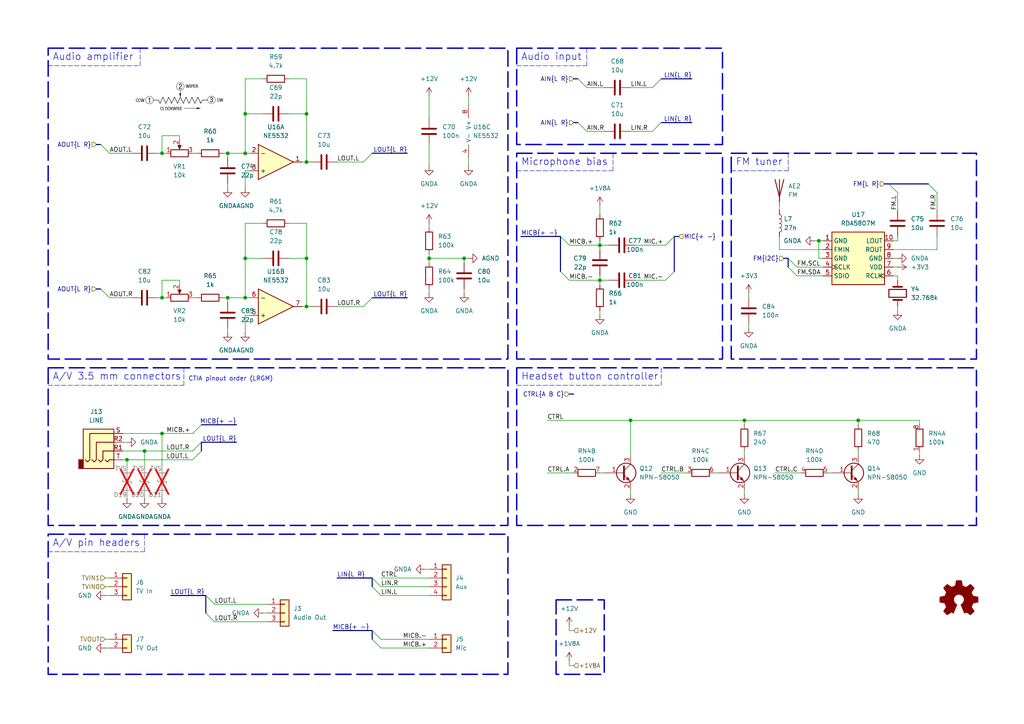
<source format=kicad_sch>
(kicad_sch (version 20231120) (generator "eeschema") (generator_version "8.0")
  (paper "A4")
  (title_block (title "PiVI"))
  (junction (at 124.46 74.93))
  (junction (at 66.04 86.36))
  (junction (at 173.99 81.28))
  (junction (at 88.9 74.93))
  (junction (at 46.99 44.45))
  (junction (at 182.88 121.92))
  (junction (at 71.12 74.93))
  (junction (at 46.99 86.36))
  (junction (at 71.12 44.45))
  (junction (at 134.62 74.93))
  (junction (at 66.04 44.45))
  (junction (at 237.49 69.85))
  (junction (at 88.9 33.02))
  (junction (at 36.83 133.35))
  (junction (at 215.9 121.92))
  (junction (at 41.91 130.81))
  (junction (at 71.12 86.36))
  (junction (at 248.92 121.92))
  (junction (at 71.12 33.02))
  (junction (at 173.99 71.12))
  (junction (at 88.9 46.99))
  (junction (at 46.99 125.73))
  (junction (at 88.9 88.9))
  (bus_entry (at 167.64 22.86) (size 2.54 2.54))
  (bus_entry (at 58.42 128.27) (size -2.54 2.54))
  (bus_entry (at 269.24 53.34) (size 2.54 2.54))
  (bus_entry (at 228.6 77.47) (size 2.54 2.54))
  (bus_entry (at 107.95 182.88) (size 2.54 2.54))
  (bus_entry (at 29.21 41.91) (size 2.54 2.54))
  (bus_entry (at 59.69 177.8) (size 2.54 2.54))
  (bus_entry (at 29.21 83.82) (size 2.54 2.54))
  (bus_entry (at 107.95 167.64) (size 2.54 2.54))
  (bus_entry (at 58.42 123.19) (size -2.54 2.54))
  (bus_entry (at 162.56 68.58) (size 2.54 2.54))
  (bus_entry (at 191.77 35.56) (size -2.54 2.54))
  (bus_entry (at 107.95 86.36) (size -2.54 2.54))
  (bus_entry (at 167.64 35.56) (size 2.54 2.54))
  (bus_entry (at 195.58 68.58) (size -2.54 2.54))
  (bus_entry (at 58.42 130.81) (size -2.54 2.54))
  (bus_entry (at 228.6 74.93) (size 2.54 2.54))
  (bus_entry (at 195.58 78.74) (size -2.54 2.54))
  (bus_entry (at 162.56 78.74) (size 2.54 2.54))
  (bus_entry (at 107.95 185.42) (size 2.54 2.54))
  (bus_entry (at 191.77 22.86) (size -2.54 2.54))
  (bus_entry (at 59.69 172.72) (size 2.54 2.54))
  (bus_entry (at 257.81 53.34) (size 2.54 2.54))
  (bus_entry (at 107.95 170.18) (size 2.54 2.54))
  (bus_entry (at 107.95 44.45) (size -2.54 2.54))
  (wire (pts (xy 173.99 71.12) (xy 176.53 71.12)))
  (wire (pts (xy 170.18 25.4) (xy 175.26 25.4)))
  (wire (pts (xy 259.08 80.01) (xy 260.35 80.01)))
  (wire (pts (xy 36.83 133.35) (xy 55.88 133.35)))
  (wire (pts (xy 30.48 187.96) (xy 31.75 187.96)))
  (polyline (pts (xy 149.86 111.76) (xy 191.77 111.76)) (stroke (width 0.127) (type dash)))
  (bus (pts (xy 228.6 74.93) (xy 228.6 77.47)))
  (wire (pts (xy 259.08 77.47) (xy 260.35 77.47)))
  (wire (pts (xy 237.49 69.85) (xy 237.49 74.93)))
  (wire (pts (xy 46.99 125.73) (xy 55.88 125.73)))
  (wire (pts (xy 71.12 49.53) (xy 72.39 49.53)))
  (bus (pts (xy 68.58 128.27) (xy 58.42 128.27)))
  (wire (pts (xy 231.14 80.01) (xy 238.76 80.01)))
  (polyline (pts (xy 212.09 49.53) (xy 228.6 49.53)) (stroke (width 0.127) (type dash)))
  (wire (pts (xy 124.46 74.93) (xy 124.46 76.2)))
  (wire (pts (xy 158.75 137.16) (xy 166.37 137.16)))
  (wire (pts (xy 226.06 59.69) (xy 226.06 60.96)))
  (wire (pts (xy 165.1 71.12) (xy 173.99 71.12)))
  (wire (pts (xy 240.03 137.16) (xy 241.3 137.16)))
  (wire (pts (xy 46.99 44.45) (xy 46.99 39.37)))
  (bus (pts (xy 107.95 86.36) (xy 118.11 86.36)))
  (wire (pts (xy 165.1 81.28) (xy 173.99 81.28)))
  (wire (pts (xy 71.12 86.36) (xy 72.39 86.36)))
  (wire (pts (xy 52.07 39.37) (xy 52.07 40.64)))
  (wire (pts (xy 66.04 86.36) (xy 66.04 87.63)))
  (wire (pts (xy 71.12 64.77) (xy 76.2 64.77)))
  (bus (pts (xy 195.58 68.58) (xy 195.58 78.74)))
  (polyline (pts (xy 41.91 154.94) (xy 41.91 160.02)) (stroke (width 0.127) (type dash)))
  (wire (pts (xy 71.12 91.44) (xy 71.12 96.52)))
  (bus (pts (xy 165.1 114.3) (xy 166.37 114.3)))
  (wire (pts (xy 46.99 39.37) (xy 52.07 39.37)))
  (wire (pts (xy 215.9 130.81) (xy 215.9 132.08)))
  (bus (pts (xy 227.33 74.93) (xy 228.6 74.93)))
  (wire (pts (xy 173.99 81.28) (xy 176.53 81.28)))
  (wire (pts (xy 41.91 130.81) (xy 55.88 130.81)))
  (wire (pts (xy 35.56 128.27) (xy 36.83 128.27)))
  (wire (pts (xy 124.46 83.82) (xy 124.46 85.09)))
  (wire (pts (xy 165.1 193.04) (xy 165.1 191.77)))
  (wire (pts (xy 35.56 130.81) (xy 41.91 130.81)))
  (wire (pts (xy 64.77 86.36) (xy 66.04 86.36)))
  (wire (pts (xy 83.82 22.86) (xy 88.9 22.86)))
  (wire (pts (xy 71.12 33.02) (xy 71.12 22.86)))
  (wire (pts (xy 124.46 27.94) (xy 124.46 34.29)))
  (bus (pts (xy 166.37 22.86) (xy 167.64 22.86)))
  (wire (pts (xy 207.01 137.16) (xy 208.28 137.16)))
  (wire (pts (xy 71.12 74.93) (xy 76.2 74.93)))
  (wire (pts (xy 182.88 25.4) (xy 189.23 25.4)))
  (bus (pts (xy 191.77 22.86) (xy 200.66 22.86)))
  (wire (pts (xy 110.49 187.96) (xy 124.46 187.96)))
  (wire (pts (xy 124.46 41.91) (xy 124.46 48.26)))
  (polyline (pts (xy 40.64 13.97) (xy 40.64 19.05)) (stroke (width 0.127) (type dash)))
  (wire (pts (xy 166.37 193.04) (xy 165.1 193.04)))
  (wire (pts (xy 134.62 74.93) (xy 135.89 74.93)))
  (wire (pts (xy 248.92 121.92) (xy 248.92 123.19)))
  (polyline (pts (xy 228.6 44.45) (xy 228.6 49.53)) (stroke (width 0.127) (type dash)))
  (wire (pts (xy 88.9 64.77) (xy 88.9 74.93)))
  (polyline (pts (xy 191.77 106.68) (xy 191.77 111.76)) (stroke (width 0.127) (type dash)))
  (wire (pts (xy 46.99 86.36) (xy 48.26 86.36)))
  (wire (pts (xy 88.9 46.99) (xy 90.17 46.99)))
  (wire (pts (xy 182.88 132.08) (xy 182.88 121.92)))
  (polyline (pts (xy 13.97 160.02) (xy 41.91 160.02)) (stroke (width 0.127) (type dash)))
  (wire (pts (xy 71.12 44.45) (xy 72.39 44.45)))
  (wire (pts (xy 31.75 44.45) (xy 38.1 44.45)))
  (wire (pts (xy 62.23 180.34) (xy 77.47 180.34)))
  (wire (pts (xy 271.78 55.88) (xy 271.78 60.96)))
  (wire (pts (xy 46.99 86.36) (xy 46.99 81.28)))
  (wire (pts (xy 124.46 73.66) (xy 124.46 74.93)))
  (bus (pts (xy 58.42 128.27) (xy 58.42 130.81)))
  (polyline (pts (xy 53.34 106.68) (xy 53.34 111.76)) (stroke (width 0.127) (type dash)))
  (wire (pts (xy 237.49 69.85) (xy 238.76 69.85)))
  (wire (pts (xy 71.12 74.93) (xy 71.12 64.77)))
  (bus (pts (xy 96.52 182.88) (xy 107.95 182.88)))
  (polyline (pts (xy 149.86 19.05) (xy 170.18 19.05)) (stroke (width 0.127) (type dash)))
  (wire (pts (xy 71.12 33.02) (xy 76.2 33.02)))
  (bus (pts (xy 27.94 83.82) (xy 29.21 83.82)))
  (wire (pts (xy 173.99 90.17) (xy 173.99 91.44)))
  (wire (pts (xy 173.99 71.12) (xy 173.99 72.39)))
  (bus (pts (xy 59.69 172.72) (xy 59.69 177.8)))
  (wire (pts (xy 71.12 86.36) (xy 71.12 74.93)))
  (wire (pts (xy 182.88 38.1) (xy 189.23 38.1)))
  (wire (pts (xy 191.77 137.16) (xy 199.39 137.16)))
  (wire (pts (xy 71.12 44.45) (xy 71.12 33.02)))
  (bus (pts (xy 166.37 35.56) (xy 167.64 35.56)))
  (wire (pts (xy 124.46 64.77) (xy 124.46 66.04)))
  (polyline (pts (xy 149.86 49.53) (xy 177.8 49.53)) (stroke (width 0.127) (type dash)))
  (wire (pts (xy 259.08 69.85) (xy 260.35 69.85)))
  (wire (pts (xy 224.79 137.16) (xy 232.41 137.16)))
  (wire (pts (xy 266.7 130.81) (xy 266.7 132.08)))
  (wire (pts (xy 123.19 165.1) (xy 124.46 165.1)))
  (wire (pts (xy 110.49 170.18) (xy 124.46 170.18)))
  (wire (pts (xy 135.89 27.94) (xy 135.89 30.48)))
  (wire (pts (xy 173.99 59.69) (xy 173.99 62.23)))
  (wire (pts (xy 30.48 167.64) (xy 31.75 167.64)))
  (wire (pts (xy 217.17 93.98) (xy 217.17 95.25)))
  (wire (pts (xy 124.46 74.93) (xy 134.62 74.93)))
  (wire (pts (xy 87.63 46.99) (xy 88.9 46.99)))
  (bus (pts (xy 196.85 68.58) (xy 195.58 68.58)))
  (wire (pts (xy 71.12 49.53) (xy 71.12 54.61)))
  (wire (pts (xy 184.15 81.28) (xy 193.04 81.28)))
  (wire (pts (xy 226.06 72.39) (xy 238.76 72.39)))
  (wire (pts (xy 134.62 83.82) (xy 134.62 85.09)))
  (wire (pts (xy 158.75 121.92) (xy 182.88 121.92)))
  (wire (pts (xy 76.2 177.8) (xy 77.47 177.8)))
  (wire (pts (xy 66.04 95.25) (xy 66.04 96.52)))
  (wire (pts (xy 41.91 130.81) (xy 41.91 135.89)))
  (bus (pts (xy 107.95 167.64) (xy 107.95 170.18)))
  (wire (pts (xy 64.77 44.45) (xy 66.04 44.45)))
  (wire (pts (xy 55.88 44.45) (xy 57.15 44.45)))
  (wire (pts (xy 134.62 74.93) (xy 134.62 76.2)))
  (wire (pts (xy 226.06 72.39) (xy 226.06 68.58)))
  (wire (pts (xy 260.35 80.01) (xy 260.35 81.28)))
  (wire (pts (xy 36.83 143.51) (xy 36.83 144.78)))
  (bus (pts (xy 151.13 68.58) (xy 162.56 68.58)))
  (polyline (pts (xy 13.97 19.05) (xy 40.64 19.05)) (stroke (width 0.127) (type dash)))
  (wire (pts (xy 110.49 172.72) (xy 124.46 172.72)))
  (wire (pts (xy 97.79 88.9) (xy 105.41 88.9)))
  (wire (pts (xy 110.49 185.42) (xy 124.46 185.42)))
  (wire (pts (xy 184.15 71.12) (xy 193.04 71.12)))
  (wire (pts (xy 266.7 121.92) (xy 266.7 123.19)))
  (wire (pts (xy 46.99 135.89) (xy 46.99 125.73)))
  (wire (pts (xy 173.99 81.28) (xy 173.99 82.55)))
  (bus (pts (xy 97.79 167.64) (xy 107.95 167.64)))
  (wire (pts (xy 182.88 142.24) (xy 182.88 143.51)))
  (wire (pts (xy 30.48 172.72) (xy 31.75 172.72)))
  (wire (pts (xy 36.83 133.35) (xy 36.83 135.89)))
  (wire (pts (xy 83.82 64.77) (xy 88.9 64.77)))
  (wire (pts (xy 231.14 77.47) (xy 238.76 77.47)))
  (wire (pts (xy 41.91 143.51) (xy 41.91 144.78)))
  (wire (pts (xy 260.35 55.88) (xy 260.35 60.96)))
  (wire (pts (xy 88.9 22.86) (xy 88.9 33.02)))
  (wire (pts (xy 31.75 86.36) (xy 38.1 86.36)))
  (wire (pts (xy 46.99 44.45) (xy 48.26 44.45)))
  (wire (pts (xy 46.99 81.28) (xy 52.07 81.28)))
  (wire (pts (xy 182.88 121.92) (xy 215.9 121.92)))
  (wire (pts (xy 173.99 80.01) (xy 173.99 81.28)))
  (wire (pts (xy 97.79 46.99) (xy 105.41 46.99)))
  (wire (pts (xy 30.48 170.18) (xy 31.75 170.18)))
  (bus (pts (xy 162.56 68.58) (xy 162.56 78.74)))
  (bus (pts (xy 191.77 35.56) (xy 200.66 35.56)))
  (wire (pts (xy 66.04 86.36) (xy 71.12 86.36)))
  (wire (pts (xy 135.89 45.72) (xy 135.89 48.26)))
  (wire (pts (xy 35.56 133.35) (xy 36.83 133.35)))
  (wire (pts (xy 62.23 175.26) (xy 77.47 175.26)))
  (polyline (pts (xy 13.97 111.76) (xy 53.34 111.76)) (stroke (width 0.127) (type dash)))
  (wire (pts (xy 260.35 69.85) (xy 260.35 68.58)))
  (wire (pts (xy 248.92 121.92) (xy 266.7 121.92)))
  (bus (pts (xy 49.53 172.72) (xy 59.69 172.72)))
  (wire (pts (xy 173.99 137.16) (xy 175.26 137.16)))
  (wire (pts (xy 30.48 185.42) (xy 31.75 185.42)))
  (wire (pts (xy 236.22 69.85) (xy 237.49 69.85)))
  (bus (pts (xy 256.54 53.34) (xy 257.81 53.34)))
  (polyline (pts (xy 170.18 13.97) (xy 170.18 19.05)) (stroke (width 0.127) (type dash)))
  (wire (pts (xy 66.04 44.45) (xy 66.04 45.72)))
  (wire (pts (xy 248.92 130.81) (xy 248.92 132.08)))
  (wire (pts (xy 66.04 44.45) (xy 71.12 44.45)))
  (wire (pts (xy 83.82 33.02) (xy 88.9 33.02)))
  (wire (pts (xy 259.08 74.93) (xy 260.35 74.93)))
  (wire (pts (xy 173.99 69.85) (xy 173.99 71.12)))
  (wire (pts (xy 215.9 121.92) (xy 248.92 121.92)))
  (wire (pts (xy 110.49 167.64) (xy 124.46 167.64)))
  (wire (pts (xy 215.9 142.24) (xy 215.9 143.51)))
  (wire (pts (xy 71.12 22.86) (xy 76.2 22.86)))
  (wire (pts (xy 165.1 181.61) (xy 165.1 182.88)))
  (wire (pts (xy 87.63 88.9) (xy 88.9 88.9)))
  (wire (pts (xy 88.9 33.02) (xy 88.9 46.99)))
  (wire (pts (xy 45.72 44.45) (xy 46.99 44.45)))
  (wire (pts (xy 71.12 91.44) (xy 72.39 91.44)))
  (polyline (pts (xy 177.8 44.45) (xy 177.8 49.53)) (stroke (width 0.127) (type dash)))
  (wire (pts (xy 248.92 142.24) (xy 248.92 143.51)))
  (wire (pts (xy 170.18 38.1) (xy 175.26 38.1)))
  (wire (pts (xy 88.9 88.9) (xy 90.17 88.9)))
  (wire (pts (xy 217.17 85.09) (xy 217.17 86.36)))
  (wire (pts (xy 46.99 143.51) (xy 46.99 144.78)))
  (wire (pts (xy 237.49 74.93) (xy 238.76 74.93)))
  (wire (pts (xy 271.78 72.39) (xy 271.78 68.58)))
  (wire (pts (xy 83.82 74.93) (xy 88.9 74.93)))
  (wire (pts (xy 259.08 72.39) (xy 271.78 72.39)))
  (bus (pts (xy 27.94 41.91) (xy 29.21 41.91)))
  (wire (pts (xy 45.72 86.36) (xy 46.99 86.36)))
  (wire (pts (xy 88.9 74.93) (xy 88.9 88.9)))
  (wire (pts (xy 35.56 125.73) (xy 46.99 125.73)))
  (wire (pts (xy 215.9 121.92) (xy 215.9 123.19)))
  (wire (pts (xy 260.35 88.9) (xy 260.35 90.17)))
  (wire (pts (xy 52.07 81.28) (xy 52.07 82.55)))
  (wire (pts (xy 66.04 53.34) (xy 66.04 54.61)))
  (bus (pts (xy 107.95 182.88) (xy 107.95 185.42)))
  (wire (pts (xy 165.1 182.88) (xy 166.37 182.88)))
  (wire (pts (xy 55.88 86.36) (xy 57.15 86.36)))
  (bus (pts (xy 58.42 123.19) (xy 68.58 123.19)))
  (bus (pts (xy 257.81 53.34) (xy 269.24 53.34)))
  (bus (pts (xy 107.95 44.45) (xy 118.11 44.45)))
  (rectangle (start 161.29 173.99) (end 175.26 195.58) (stroke (width 0.4064) (type dash)))
  (rectangle (start 13.97 106.68) (end 147.32 152.4) (stroke (width 0.4064) (type dash)))
  (rectangle (start 212.09 44.45) (end 283.21 104.14) (stroke (width 0.4064) (type dash)))
  (rectangle (start 13.97 154.94) (end 147.32 195.58) (stroke (width 0.4064) (type dash)))
  (rectangle (start 149.86 106.68) (end 283.21 152.4) (stroke (width 0.4064) (type dash)))
  (rectangle (start 149.86 44.45) (end 209.55 104.14) (stroke (width 0.4064) (type dash)))
  (rectangle (start 13.97 13.97) (end 147.32 104.14) (stroke (width 0.4064) (type dash)))
  (rectangle (start 149.86 13.97) (end 209.55 41.91) (stroke (width 0.4064) (type dash)))
  (image (at 52.07 27.94) (scale 0.3))
  (text "CTIA pinout order (LRGM)" (at 54.61 109.22 0) (effects (font (size 1.27 1.27)) (justify left top)))
  (text "Audio amplifier" (at 15.24 17.78 0) (effects (font (size 2.032 2.032)) (justify left bottom)))
  (text "Audio input" (at 151.13 17.78 0) (effects (font (size 2.032 2.032)) (justify left bottom)))
  (text "FM tuner" (at 213.36 48.26 0) (effects (font (size 2.032 2.032)) (justify left bottom)))
  (text "Headset button controller" (at 151.13 110.49 0) (effects (font (size 2.032 2.032)) (justify left bottom)))
  (text "A/V 3.5 mm connectors" (at 15.24 110.49 0) (effects (font (size 2.032 2.032)) (justify left bottom)))
  (text "A/V pin headers" (at 15.24 158.75 0) (effects (font (size 2.032 2.032)) (justify left bottom)))
  (text "Microphone bias" (at 151.13 48.26 0) (effects (font (size 2.032 2.032)) (justify left bottom)))
  (label "LOUT.R" (at 62.23 180.34 0))
  (label "MICB{+ -}" (at 151.13 68.58 0))
  (label "LOUT{L R}" (at 49.53 172.72 0))
  (label "LIN.R" (at 182.88 38.1 0))
  (label "CTRL.C" (at 224.79 137.16 0))
  (label "CTRL" (at 110.49 167.64 0))
  (label "AOUT.R" (at 31.75 86.36 0))
  (label "MICB{+ -}" (at 68.58 123.19 180))
  (label "LIN{L R}" (at 200.66 22.86 180))
  (label "CTRL.A" (at 158.75 137.16 0))
  (label "MICB.-" (at 116.84 185.42 0))
  (label "MICB.-" (at 165.1 81.28 0))
  (label "CTRL.B" (at 191.77 137.16 0))
  (label "LIN.L" (at 110.49 172.72 0))
  (label "LIN.R" (at 110.49 170.18 0))
  (label "CTRL" (at 158.75 121.92 0))
  (label "FM.SCL" (at 231.14 77.47 0))
  (label "LOUT.R" (at 48.26 130.81 0))
  (label "AIN.R" (at 170.18 38.1 0))
  (label "LOUT{L R}" (at 118.11 44.45 180))
  (label "LOUT.L" (at 97.79 46.99 0))
  (label "LOUT.L" (at 62.23 175.26 0))
  (label "LIN{L R}" (at 200.66 35.56 180))
  (label "AIN.L" (at 170.18 25.4 0))
  (label "FM.L" (at 260.35 60.96 90))
  (label "MIC.-" (at 186.69 81.28 0))
  (label "LOUT.L" (at 48.26 133.35 0))
  (label "LOUT.R" (at 97.79 88.9 0))
  (label "MICB.+" (at 116.84 187.96 0))
  (label "LIN{L R}" (at 97.79 167.64 0))
  (label "MICB.+" (at 165.1 71.12 0))
  (label "AOUT.L" (at 31.75 44.45 0))
  (label "MIC.+" (at 186.69 71.12 0))
  (label "LIN.L" (at 182.88 25.4 0))
  (label "FM.R" (at 271.78 60.96 90))
  (label "MICB{+ -}" (at 96.52 182.88 0))
  (label "FM.SDA" (at 231.14 80.01 0))
  (label "LOUT{L R}" (at 68.58 128.27 180))
  (label "MICB.+" (at 48.26 125.73 0))
  (label "LOUT{L R}" (at 118.11 86.36 180))
  (hierarchical_label "TVIN0" (shape input) (at 30.48 170.18 180))
  (hierarchical_label "+12V" (shape input) (at 166.37 182.88 0))
  (hierarchical_label "AOUT{L R}" (shape input) (at 27.94 83.82 180))
  (hierarchical_label "TVOUT" (shape input) (at 30.48 185.42 180))
  (hierarchical_label "+1V8A" (shape input) (at 166.37 193.04 0))
  (hierarchical_label "FM{I2C}" (shape input) (at 227.33 74.93 180))
  (hierarchical_label "MIC{+ -}" (shape input) (at 196.85 68.58 0))
  (hierarchical_label "AIN{L R}" (shape input) (at 166.37 35.56 180))
  (hierarchical_label "FM{L R}" (shape input) (at 256.54 53.34 180))
  (hierarchical_label "CTRL{A B C}" (shape input) (at 165.1 114.3 180))
  (hierarchical_label "TVIN1" (shape input) (at 30.48 167.64 180))
  (hierarchical_label "AIN{L R}" (shape input) (at 166.37 22.86 180))
  (hierarchical_label "AOUT{L R}" (shape input) (at 27.94 41.91 180))
  (symbol (lib_id "Device:C") (at 41.91 44.45 90) (unit 1)
    (property "Reference" "C72" (at 41.91 36.83 90))
    (property "Value" "10u" (at 41.91 39.37 90))
    (property "Footprint" "Capacitor_SMD:C_0603_1608Metric" (effects (hide yes)))
    (property "Description" "Unpolarized capacitor" (effects (hide yes)))
    (property "Var" "LineOut Yes(+!) HeaderOnly(+!) No(-!)" (effects (hide yes)))
    (property "MPN" "C19702" (effects (hide yes)))
  )
  (symbol (lib_id "Device:C") (at 80.01 33.02 90) (unit 1)
    (property "Reference" "C69" (at 80.01 25.4 90))
    (property "Value" "22p" (at 80.01 27.94 90))
    (property "Footprint" "Capacitor_SMD:C_0603_1608Metric" (effects (hide yes)))
    (property "Description" "Unpolarized capacitor" (effects (hide yes)))
    (property "Var" "LineOut Yes(+!) HeaderOnly(+!) No(-!)" (effects (hide yes)))
    (property "MPN" "C105620" (effects (hide yes)))
  )
  (symbol (lib_id "Device:R") (at 60.96 44.45 270) (unit 1)
    (property "Reference" "R60" (at 60.96 38.1 90))
    (property "Value" "1k" (at 60.96 40.64 90))
    (property "Footprint" "Resistor_SMD:R_0603_1608Metric" (effects (hide yes)))
    (property "Description" "Resistor" (effects (hide yes)))
    (property "Var" "LineOut Yes(+!) HeaderOnly(+!) No(-!)" (effects (hide yes)))
    (property "MPN" "C2907113" (effects (hide yes)))
  )
  (symbol (lib_id "power:GND") (at 266.7 132.08 0) (unit 1)
    (property "Reference" "#PWR0295" (effects (hide yes)))
    (property "Value" "GND" (at 266.7 137.16 0))
    (property "Description" "Power symbol creates a global label with name \"GND\" , ground" (effects (hide yes)))
  )
  (symbol (lib_id "Device:C") (at 66.04 91.44 0) (unit 1)
    (property "Reference" "C85" (at 69.85 90.1699 0) (effects (justify left)))
    (property "Value" "22p" (at 69.85 92.7099 0) (effects (justify left)))
    (property "Footprint" "Capacitor_SMD:C_0603_1608Metric" (effects (hide yes)))
    (property "Description" "Unpolarized capacitor" (effects (hide yes)))
    (property "Var" "LineOut Yes(+!) HeaderOnly(+!) No(-!)" (effects (hide yes)))
    (property "MPN" "C105620" (effects (hide yes)))
  )
  (symbol (lib_id "Device:R") (at 60.96 86.36 270) (unit 1)
    (property "Reference" "R65" (at 60.96 80.01 90))
    (property "Value" "1k" (at 60.96 82.55 90))
    (property "Footprint" "Resistor_SMD:R_0603_1608Metric" (effects (hide yes)))
    (property "Description" "Resistor" (effects (hide yes)))
    (property "Var" "LineOut Yes(+!) HeaderOnly(+!) No(-!)" (effects (hide yes)))
    (property "MPN" "C2907113" (effects (hide yes)))
  )
  (symbol (lib_id "Graphic:Logo_Open_Hardware_Small") (at 278.13 173.99 0) (unit 1) (exclude_from_sim yes) (in_bom no) (on_board no)
    (property "Reference" "#SYM4" (effects (hide yes)))
    (property "Value" "Logo_Open_Hardware_Small" (effects (hide yes)))
    (property "Description" "Open Hardware logo, small" (effects (hide yes)))
  )
  (symbol (lib_id "power:GNDA") (at 124.46 48.26 0) (unit 1)
    (property "Reference" "#PWR0276" (effects (hide yes)))
    (property "Value" "GNDA" (at 124.46 53.34 0))
    (property "Description" "Power symbol creates a global label with name \"GNDA\" , analog ground" (effects (hide yes)))
  )
  (symbol (lib_id "Device:C") (at 173.99 76.2 0) (mirror y) (unit 1)
    (property "Reference" "C79" (at 170.18 74.9299 0) (effects (justify left)))
    (property "Value" "22p" (at 170.18 77.4699 0) (effects (justify left)))
    (property "Footprint" "Capacitor_SMD:C_0603_1608Metric" (effects (hide yes)))
    (property "Description" "Unpolarized capacitor" (effects (hide yes)))
    (property "Var" "MicIn Yes(+!) No(-!)" (effects (hide yes)))
    (property "MPN" "C105620" (effects (hide yes)))
  )
  (symbol (lib_id "power:+12V") (at 165.1 181.61 0) (unit 1)
    (property "Reference" "#PWR0305" (effects (hide yes)))
    (property "Value" "+12V" (at 165.1 176.53 0))
    (property "Description" "Power symbol creates a global label with name \"+12V\"" (effects (hide yes)))
  )
  (symbol (lib_id "power:GND") (at 215.9 143.51 0) (unit 1)
    (property "Reference" "#PWR0297" (effects (hide yes)))
    (property "Value" "GND" (at 215.9 148.59 0))
    (property "Description" "Power symbol creates a global label with name \"GND\" , ground" (effects (hide yes)))
  )
  (symbol (lib_id "kuba2k2:AGND") (at 135.89 74.93 90) (unit 1)
    (property "Reference" "#PWR0283" (effects (hide yes)))
    (property "Value" "AGND" (at 139.7 74.9299 90) (effects (justify right)))
    (property "Description" "Power symbol creates a global label with name \"AGND\" , audio ground" (effects (hide yes)))
  )
  (symbol (lib_id "Device:C") (at 124.46 38.1 0) (unit 1)
    (property "Reference" "C70" (at 128.27 36.8299 0) (effects (justify left)))
    (property "Value" "100n" (at 128.27 39.3699 0) (effects (justify left)))
    (property "Footprint" "Capacitor_SMD:C_0603_1608Metric" (effects (hide yes)))
    (property "Description" "Unpolarized capacitor" (effects (hide yes)))
    (property "Var" "LineOut Yes(+!) HeaderOnly(+!) No(-!)" (effects (hide yes)))
    (property "MPN" "C14663" (effects (hide yes)))
  )
  (symbol (lib_id "kuba2k2:AGND") (at 71.12 96.52 0) (unit 1)
    (property "Reference" "#PWR0293" (effects (hide yes)))
    (property "Value" "AGND" (at 71.12 101.6 0))
    (property "Description" "Power symbol creates a global label with name \"AGND\" , audio ground" (effects (hide yes)))
  )
  (symbol (lib_id "Device:R") (at 173.99 66.04 0) (unit 1)
    (property "Reference" "R62" (at 176.53 64.7699 0) (effects (justify left)))
    (property "Value" "1k" (at 176.53 67.3099 0) (effects (justify left)))
    (property "Footprint" "Resistor_SMD:R_0603_1608Metric" (effects (hide yes)))
    (property "Description" "Resistor" (effects (hide yes)))
    (property "Var" "MicIn Yes(+!) No(-!)" (effects (hide yes)))
    (property "MPN" "C2907113" (effects (hide yes)))
  )
  (symbol (lib_id "Device:C") (at 134.62 80.01 0) (unit 1)
    (property "Reference" "C80" (at 138.43 78.7399 0) (effects (justify left)))
    (property "Value" "10u" (at 138.43 81.2799 0) (effects (justify left)))
    (property "Footprint" "Capacitor_SMD:C_0603_1608Metric" (effects (hide yes)))
    (property "Description" "Unpolarized capacitor" (effects (hide yes)))
    (property "Var" "LineOut Yes(+!) HeaderOnly(+!) No(-!)" (effects (hide yes)))
    (property "MPN" "C19702" (effects (hide yes)))
  )
  (symbol (lib_id "power:GNDA") (at 124.46 85.09 0) (unit 1)
    (property "Reference" "#PWR0286" (effects (hide yes)))
    (property "Value" "GNDA" (at 124.46 90.17 0))
    (property "Description" "Power symbol creates a global label with name \"GNDA\" , analog ground" (effects (hide yes)))
  )
  (symbol (lib_id "Device:D_TVS") (at 41.91 139.7 270) (unit 1) (exclude_from_sim yes) (in_bom no) (dnp yes)
    (property "Reference" "D20" (at 41.91 143.5101 90) (effects (justify right)))
    (property "Value" "TVS" (at 41.91 135.8901 90) (effects (justify right)))
    (property "Footprint" "Diode_SMD:D_SOD-523" (effects (hide yes)))
    (property "Description" "Bidirectional transient-voltage-suppression diode" (effects (hide yes)))
    (property "MPN" "C3008120" (effects (hide yes)))
  )
  (symbol (lib_id "power:GNDA") (at 260.35 90.17 0) (unit 1)
    (property "Reference" "#PWR0289" (effects (hide yes)))
    (property "Value" "GNDA" (at 260.35 95.25 0))
    (property "Description" "Power symbol creates a global label with name \"GNDA\" , analog ground" (effects (hide yes)))
  )
  (symbol (lib_id "Device:Q_NPN_BEC") (at 213.36 137.16 0) (unit 1)
    (property "Reference" "Q13" (at 218.44 135.8899 0) (effects (justify left)))
    (property "Value" "NPN-S8050" (at 218.44 138.4299 0) (effects (justify left)))
    (property "Footprint" "Package_TO_SOT_SMD:SOT-23" (effects (hide yes)))
    (property "Description" "NPN transistor, base/emitter/collector" (effects (hide yes)))
    (property "Var" "LineIn AudioCtrl(+!) AudioOnly(-!) No(-!)" (effects (hide yes)))
    (property "MPN" "C181158" (effects (hide yes)))
  )
  (symbol (lib_id "Device:D_TVS") (at 46.99 139.7 270) (unit 1) (exclude_from_sim yes) (in_bom no) (dnp yes)
    (property "Reference" "D21" (at 46.99 143.5101 90) (effects (justify right)))
    (property "Value" "TVS" (at 46.99 135.8901 90) (effects (justify right)))
    (property "Footprint" "Diode_SMD:D_SOD-523" (effects (hide yes)))
    (property "Description" "Bidirectional transient-voltage-suppression diode" (effects (hide yes)))
    (property "MPN" "C3008120" (effects (hide yes)))
  )
  (symbol (lib_id "Connector_Generic:Conn_01x04") (at 129.54 167.64 0) (unit 1)
    (property "Reference" "J4" (at 132.08 167.6399 0) (effects (justify left)))
    (property "Value" "Aux" (at 132.08 170.1799 0) (effects (justify left)))
    (property "Footprint" "Connector_JST:JST_PH_B4B-PH-K_1x04_P2.00mm_Vertical" (effects (hide yes)))
    (property "Description" "Generic connector, single row, 01x04, script generated (kicad-library-utils/schlib/autogen/connector/)" (effects (hide yes)))
    (property "Var" "LineIn AudioCtrl(+!) AudioOnly(+!) No(-!)" (effects (hide yes)))
    (property "MPN" "C131334" (effects (hide yes)))
  )
  (symbol (lib_id "Device:C") (at 93.98 46.99 90) (unit 1)
    (property "Reference" "C73" (at 93.98 39.37 90))
    (property "Value" "10u" (at 93.98 41.91 90))
    (property "Footprint" "Capacitor_SMD:C_0603_1608Metric" (effects (hide yes)))
    (property "Description" "Unpolarized capacitor" (effects (hide yes)))
    (property "Var" "LineOut Yes(+!) HeaderOnly(+!) No(-!)" (effects (hide yes)))
    (property "MPN" "C19702" (effects (hide yes)))
  )
  (symbol (lib_id "Connector_Generic:Conn_01x02") (at 36.83 185.42 0) (unit 1)
    (property "Reference" "J7" (at 39.37 185.4199 0) (effects (justify left)))
    (property "Value" "TV Out" (at 39.37 187.9599 0) (effects (justify left)))
    (property "Footprint" "Connector_JST:JST_PH_B2B-PH-K_1x02_P2.00mm_Vertical" (effects (hide yes)))
    (property "Description" "Generic connector, single row, 01x02, script generated (kicad-library-utils/schlib/autogen/connector/)" (effects (hide yes)))
    (property "Var" "TV Yes(+!) No(-!)" (effects (hide yes)))
    (property "MPN" "C131337" (effects (hide yes)))
  )
  (symbol (lib_id "power:+3V3") (at 217.17 85.09 0) (unit 1)
    (property "Reference" "#PWR0288" (effects (hide yes)))
    (property "Value" "+3V3" (at 217.17 80.01 0))
    (property "Description" "Power symbol creates a global label with name \"+3V3\"" (effects (hide yes)))
  )
  (symbol (lib_id "power:GNDA") (at 217.17 95.25 0) (unit 1)
    (property "Reference" "#PWR0291" (effects (hide yes)))
    (property "Value" "GNDA" (at 217.17 100.33 0))
    (property "Description" "Power symbol creates a global label with name \"GNDA\" , analog ground" (effects (hide yes)))
  )
  (symbol (lib_id "kuba2k2:+1V8A") (at 173.99 59.69 0) (unit 1)
    (property "Reference" "#PWR0280" (effects (hide yes)))
    (property "Value" "+1V8A" (at 173.99 54.61 0))
    (property "Description" "Power symbol creates a global label with name \"+1V8A\"" (effects (hide yes)))
  )
  (symbol (lib_id "power:+3V3") (at 260.35 77.47 270) (unit 1)
    (property "Reference" "#PWR0285" (effects (hide yes)))
    (property "Value" "+3V3" (at 264.16 77.4699 90) (effects (justify left)))
    (property "Description" "Power symbol creates a global label with name \"+3V3\"" (effects (hide yes)))
  )
  (symbol (lib_id "Connector_Generic:Conn_01x02") (at 129.54 185.42 0) (unit 1)
    (property "Reference" "J5" (at 132.08 185.4199 0) (effects (justify left)))
    (property "Value" "Mic" (at 132.08 187.9599 0) (effects (justify left)))
    (property "Footprint" "Connector_JST:JST_PH_B2B-PH-K_1x02_P2.00mm_Vertical" (effects (hide yes)))
    (property "Description" "Generic connector, single row, 01x02, script generated (kicad-library-utils/schlib/autogen/connector/)" (effects (hide yes)))
    (property "Var" "MicIn Yes(+!) No(-!)" (effects (hide yes)))
    (property "MPN" "C131337" (effects (hide yes)))
  )
  (symbol (lib_id "Device:L") (at 226.06 64.77 0) (unit 1)
    (property "Reference" "L7" (at 227.33 63.4999 0) (effects (justify left)))
    (property "Value" "27n" (at 227.33 66.0399 0) (effects (justify left)))
    (property "Footprint" "Inductor_SMD:L_0603_1608Metric" (effects (hide yes)))
    (property "Description" "Inductor" (effects (hide yes)))
    (property "Var" "FM Yes(+!) No(-!)" (effects (hide yes)))
    (property "MPN" "C12100" (effects (hide yes)))
  )
  (symbol (lib_id "Device:R") (at 80.01 64.77 270) (unit 1)
    (property "Reference" "R61" (at 80.01 58.42 90))
    (property "Value" "4.7k" (at 80.01 60.96 90))
    (property "Footprint" "Resistor_SMD:R_0603_1608Metric" (effects (hide yes)))
    (property "Description" "Resistor" (effects (hide yes)))
    (property "Var" "LineOut Yes(+!) HeaderOnly(+!) No(-!)" (effects (hide yes)))
    (property "MPN" "C2907166" (effects (hide yes)))
  )
  (symbol (lib_id "power:GNDA") (at 173.99 91.44 0) (unit 1)
    (property "Reference" "#PWR0290" (effects (hide yes)))
    (property "Value" "GNDA" (at 173.99 96.52 0))
    (property "Description" "Power symbol creates a global label with name \"GNDA\" , analog ground" (effects (hide yes)))
  )
  (symbol (lib_id "power:GNDA") (at 66.04 54.61 0) (unit 1)
    (property "Reference" "#PWR0278" (effects (hide yes)))
    (property "Value" "GNDA" (at 66.04 59.69 0))
    (property "Description" "Power symbol creates a global label with name \"GNDA\" , analog ground" (effects (hide yes)))
  )
  (symbol (lib_id "power:GNDA") (at 135.89 48.26 0) (unit 1)
    (property "Reference" "#PWR0277" (effects (hide yes)))
    (property "Value" "GNDA" (at 135.89 53.34 0))
    (property "Description" "Power symbol creates a global label with name \"GNDA\" , analog ground" (effects (hide yes)))
  )
  (symbol (lib_id "Device:C") (at 41.91 86.36 90) (unit 1)
    (property "Reference" "C82" (at 41.91 78.74 90))
    (property "Value" "10u" (at 41.91 81.28 90))
    (property "Footprint" "Capacitor_SMD:C_0603_1608Metric" (effects (hide yes)))
    (property "Description" "Unpolarized capacitor" (effects (hide yes)))
    (property "Var" "LineOut Yes(+!) HeaderOnly(+!) No(-!)" (effects (hide yes)))
    (property "MPN" "C19702" (effects (hide yes)))
  )
  (symbol (lib_id "Device:R") (at 124.46 69.85 0) (unit 1)
    (property "Reference" "R63" (at 127 68.5799 0) (effects (justify left)))
    (property "Value" "100k" (at 127 71.1199 0) (effects (justify left)))
    (property "Footprint" "Resistor_SMD:R_0603_1608Metric" (effects (hide yes)))
    (property "Description" "Resistor" (effects (hide yes)))
    (property "Var" "LineOut Yes(+!) HeaderOnly(+!) No(-!)" (effects (hide yes)))
    (property "MPN" "C2907088" (effects (hide yes)))
  )
  (symbol (lib_id "kuba2k2:AGND") (at 71.12 54.61 0) (unit 1)
    (property "Reference" "#PWR0279" (effects (hide yes)))
    (property "Value" "AGND" (at 71.12 59.69 0))
    (property "Description" "Power symbol creates a global label with name \"AGND\" , audio ground" (effects (hide yes)))
  )
  (symbol (lib_id "power:GNDA") (at 260.35 74.93 90) (unit 1)
    (property "Reference" "#PWR0284" (effects (hide yes)))
    (property "Value" "GNDA" (at 264.16 74.9299 90) (effects (justify right)))
    (property "Description" "Power symbol creates a global label with name \"GNDA\" , analog ground" (effects (hide yes)))
  )
  (symbol (lib_id "Device:C") (at 80.01 74.93 90) (unit 1)
    (property "Reference" "C78" (at 80.01 67.31 90))
    (property "Value" "22p" (at 80.01 69.85 90))
    (property "Footprint" "Capacitor_SMD:C_0603_1608Metric" (effects (hide yes)))
    (property "Description" "Unpolarized capacitor" (effects (hide yes)))
    (property "Var" "LineOut Yes(+!) HeaderOnly(+!) No(-!)" (effects (hide yes)))
    (property "MPN" "C105620" (effects (hide yes)))
  )
  (symbol (lib_id "Device:Q_NPN_BEC") (at 180.34 137.16 0) (unit 1)
    (property "Reference" "Q12" (at 185.42 135.8899 0) (effects (justify left)))
    (property "Value" "NPN-S8050" (at 185.42 138.4299 0) (effects (justify left)))
    (property "Footprint" "Package_TO_SOT_SMD:SOT-23" (effects (hide yes)))
    (property "Description" "NPN transistor, base/emitter/collector" (effects (hide yes)))
    (property "Var" "LineIn AudioCtrl(+!) AudioOnly(-!) No(-!)" (effects (hide yes)))
    (property "MPN" "C181158" (effects (hide yes)))
  )
  (symbol (lib_id "power:+12V") (at 124.46 27.94 0) (unit 1)
    (property "Reference" "#PWR0274" (effects (hide yes)))
    (property "Value" "+12V" (at 124.46 22.86 0))
    (property "Description" "Power symbol creates a global label with name \"+12V\"" (effects (hide yes)))
  )
  (symbol (lib_id "Device:Opamp_Dual") (at 80.01 46.99 0) (mirror x) (unit 1)
    (property "Reference" "U16" (at 80.01 36.83 0))
    (property "Value" "NE5532" (at 80.01 39.37 0))
    (property "Footprint" "Package_SO:SOIC-8_3.9x4.9mm_P1.27mm" (effects (hide yes)))
    (property "Description" "Dual operational amplifier" (effects (hide yes)))
    (property "Var" "LineOut Yes(+!) HeaderOnly(+!) No(-!)" (effects (hide yes)))
    (property "MPN" "C7426" (effects (hide yes)))
  )
  (symbol (lib_id "power:GNDA") (at 134.62 85.09 0) (unit 1)
    (property "Reference" "#PWR0287" (effects (hide yes)))
    (property "Value" "GNDA" (at 134.62 90.17 0))
    (property "Description" "Power symbol creates a global label with name \"GNDA\" , analog ground" (effects (hide yes)))
  )
  (symbol (lib_id "Device:R") (at 124.46 80.01 0) (unit 1)
    (property "Reference" "R64" (at 127 78.7399 0) (effects (justify left)))
    (property "Value" "100k" (at 127 81.2799 0) (effects (justify left)))
    (property "Footprint" "Resistor_SMD:R_0603_1608Metric" (effects (hide yes)))
    (property "Description" "Resistor" (effects (hide yes)))
    (property "Var" "LineOut Yes(+!) HeaderOnly(+!) No(-!)" (effects (hide yes)))
    (property "MPN" "C2907088" (effects (hide yes)))
  )
  (symbol (lib_id "Device:C") (at 271.78 64.77 0) (unit 1)
    (property "Reference" "C76" (at 275.59 63.4999 0) (effects (justify left)))
    (property "Value" "10u" (at 275.59 66.0399 0) (effects (justify left)))
    (property "Footprint" "Capacitor_SMD:C_0603_1608Metric" (effects (hide yes)))
    (property "Description" "Unpolarized capacitor" (effects (hide yes)))
    (property "Var" "FM Yes(+!) No(-!)" (effects (hide yes)))
    (property "MPN" "C19702" (effects (hide yes)))
  )
  (symbol (lib_id "Device:R_Pack04_Split") (at 170.18 137.16 270) (unit 2)
    (property "Reference" "RN4" (at 170.18 130.81 90))
    (property "Value" "100k" (at 170.18 133.35 90))
    (property "Footprint" "Resistor_SMD:R_Array_Convex_4x0603" (effects (hide yes)))
    (property "Description" "4 resistor network, parallel topology, split" (effects (hide yes)))
    (property "Var" "LineIn AudioCtrl(+!) AudioOnly(-!) No(-!)" (effects (hide yes)))
    (property "MPN" "C173315" (effects (hide yes)))
  )
  (symbol (lib_id "Device:Antenna") (at 226.06 54.61 0) (unit 1)
    (property "Reference" "AE2" (at 228.6 53.9749 0) (effects (justify left)))
    (property "Value" "FM" (at 228.6 56.5149 0) (effects (justify left)))
    (property "Footprint" "TestPoint:TestPoint_Pad_D1.5mm" (effects (hide yes)))
    (property "Description" "Antenna" (effects (hide yes)))
    (property "Var" "FM Yes(+!) No(-!)" (effects (hide yes)))
    (property "MPN" "N/A" (effects (hide yes)))
  )
  (symbol (lib_id "Device:C") (at 179.07 25.4 90) (unit 1)
    (property "Reference" "C68" (at 179.07 17.78 90))
    (property "Value" "10u" (at 179.07 20.32 90))
    (property "Footprint" "Capacitor_SMD:C_0603_1608Metric" (effects (hide yes)))
    (property "Description" "Unpolarized capacitor" (effects (hide yes)))
    (property "Var" "LineIn AudioCtrl(+!) AudioOnly(+!) No(-!)" (effects (hide yes)))
    (property "MPN" "C19702" (effects (hide yes)))
  )
  (symbol (lib_id "Connector_Audio:AudioJack4") (at 30.48 128.27 0) (unit 1)
    (property "Reference" "J13" (at 27.94 119.38 0))
    (property "Value" "LINE" (at 27.94 121.92 0))
    (property "Footprint" "kuba2k2:Jack_3.5mm_PJ320D_Horizontal" (effects (hide yes)))
    (property "Description" "Audio Jack, 4 Poles (TRRS)" (effects (hide yes)))
    (property "Var" "LineOut Yes(+!) HeaderOnly(-!) No(-!)" (effects (hide yes)))
    (property "MPN" "C431535" (effects (hide yes)))
  )
  (symbol (lib_id "power:GNDA") (at 123.19 165.1 270) (unit 1)
    (property "Reference" "#PWR0302" (effects (hide yes)))
    (property "Value" "GNDA" (at 119.38 165.0999 90) (effects (justify right)))
    (property "Description" "Power symbol creates a global label with name \"GNDA\" , analog ground" (effects (hide yes)))
  )
  (symbol (lib_id "power:GNDA") (at 66.04 96.52 0) (unit 1)
    (property "Reference" "#PWR0292" (effects (hide yes)))
    (property "Value" "GNDA" (at 66.04 101.6 0))
    (property "Description" "Power symbol creates a global label with name \"GNDA\" , analog ground" (effects (hide yes)))
  )
  (symbol (lib_id "Device:R_Pack04_Split") (at 203.2 137.16 270) (unit 3)
    (property "Reference" "RN4" (at 203.2 130.81 90))
    (property "Value" "100k" (at 203.2 133.35 90))
    (property "Footprint" "Resistor_SMD:R_Array_Convex_4x0603" (effects (hide yes)))
    (property "Description" "4 resistor network, parallel topology, split" (effects (hide yes)))
    (property "Var" "LineIn AudioCtrl(+!) AudioOnly(-!) No(-!)" (effects (hide yes)))
    (property "MPN" "C173315" (effects (hide yes)))
  )
  (symbol (lib_id "Device:C") (at 260.35 64.77 0) (unit 1)
    (property "Reference" "C75" (at 264.16 63.4999 0) (effects (justify left)))
    (property "Value" "10u" (at 264.16 66.0399 0) (effects (justify left)))
    (property "Footprint" "Capacitor_SMD:C_0603_1608Metric" (effects (hide yes)))
    (property "Description" "Unpolarized capacitor" (effects (hide yes)))
    (property "Var" "FM Yes(+!) No(-!)" (effects (hide yes)))
    (property "MPN" "C19702" (effects (hide yes)))
  )
  (symbol (lib_id "Device:Crystal") (at 260.35 85.09 90) (unit 1)
    (property "Reference" "Y4" (at 264.16 83.8199 90) (effects (justify right)))
    (property "Value" "32.768k" (at 264.16 86.3599 90) (effects (justify right)))
    (property "Footprint" "Crystal:Crystal_SMD_3215-2Pin_3.2x1.5mm" (effects (hide yes)))
    (property "Description" "Two pin crystal" (effects (hide yes)))
    (property "Var" "FM Yes(+!) No(-!)" (effects (hide yes)))
    (property "MPN" "C5361379" (effects (hide yes)))
  )
  (symbol (lib_id "Device:R") (at 215.9 127 0) (unit 1)
    (property "Reference" "R67" (at 218.44 125.7299 0) (effects (justify left)))
    (property "Value" "240" (at 218.44 128.2699 0) (effects (justify left)))
    (property "Footprint" "Resistor_SMD:R_0603_1608Metric" (effects (hide yes)))
    (property "Description" "Resistor" (effects (hide yes)))
    (property "Var" "LineIn AudioCtrl(+!) AudioOnly(-!) No(-!)" (effects (hide yes)))
    (property "MPN" "C2907130" (effects (hide yes)))
  )
  (symbol (lib_id "Device:C") (at 180.34 81.28 90) (unit 1)
    (property "Reference" "C81" (at 184.15 80.01 90))
    (property "Value" "100n" (at 184.15 82.55 90))
    (property "Footprint" "Capacitor_SMD:C_0603_1608Metric" (effects (hide yes)))
    (property "Description" "Unpolarized capacitor" (effects (hide yes)))
    (property "Var" "MicIn Yes(+!) No(-!)" (effects (hide yes)))
    (property "MPN" "C14663" (effects (hide yes)))
  )
  (symbol (lib_id "Device:R_Pack04_Split") (at 266.7 127 0) (unit 1)
    (property "Reference" "RN4" (at 269.24 125.7299 0) (effects (justify left)))
    (property "Value" "100k" (at 269.24 128.2699 0) (effects (justify left)))
    (property "Footprint" "Resistor_SMD:R_Array_Convex_4x0603" (effects (hide yes)))
    (property "Description" "4 resistor network, parallel topology, split" (effects (hide yes)))
    (property "Var" "LineIn AudioCtrl(+!) AudioOnly(-!) No(-!)" (effects (hide yes)))
    (property "MPN" "C173315" (effects (hide yes)))
  )
  (symbol (lib_id "Device:R_Potentiometer") (at 52.07 44.45 90) (unit 1)
    (property "Reference" "VR1" (at 52.07 48.26 90))
    (property "Value" "10k" (at 52.07 50.8 90))
    (property "Footprint" "Potentiometer_THT:Potentiometer_Bourns_3296W_Vertical" (effects (hide yes)))
    (property "Description" "Potentiometer" (effects (hide yes)))
    (property "Var" "LineOut Yes(+!) HeaderOnly(+!) No(-!)" (effects (hide yes)))
    (property "MPN" "C118954" (effects (hide yes)))
  )
  (symbol (lib_id "power:GNDA") (at 36.83 144.78 0) (unit 1)
    (property "Reference" "#PWR0299" (effects (hide yes)))
    (property "Value" "GNDA" (at 36.83 149.86 0))
    (property "Description" "Power symbol creates a global label with name \"GNDA\" , analog ground" (effects (hide yes)))
  )
  (symbol (lib_id "power:GNDA") (at 41.91 144.78 0) (unit 1)
    (property "Reference" "#PWR0300" (effects (hide yes)))
    (property "Value" "GNDA" (at 41.91 149.86 0))
    (property "Description" "Power symbol creates a global label with name \"GNDA\" , analog ground" (effects (hide yes)))
  )
  (symbol (lib_id "kuba2k2:RDA5807M") (at 248.92 74.93 0) (unit 1)
    (property "Reference" "U17" (at 248.92 62.23 0))
    (property "Value" "RDA5807M" (at 248.92 64.77 0))
    (property "Footprint" "Package_SO:MSOP-10_3x3mm_P0.5mm" (effects (hide yes)))
    (property "Datasheet" "https://cdn-shop.adafruit.com/product-files/5651/5651_tuner84_RDA5807M_datasheet_v1.pdf" (effects (hide yes)))
    (property "Description" "Single-Chip Broadcast FM Radio Tuner" (effects (hide yes)))
    (property "Var" "FM Yes(+!) No(-!)" (effects (hide yes)))
  )
  (symbol (lib_id "Device:R") (at 80.01 22.86 270) (unit 1)
    (property "Reference" "R59" (at 80.01 16.51 90))
    (property "Value" "4.7k" (at 80.01 19.05 90))
    (property "Footprint" "Resistor_SMD:R_0603_1608Metric" (effects (hide yes)))
    (property "Description" "Resistor" (effects (hide yes)))
    (property "Var" "LineOut Yes(+!) HeaderOnly(+!) No(-!)" (effects (hide yes)))
    (property "MPN" "C2907166" (effects (hide yes)))
  )
  (symbol (lib_id "Device:Opamp_Dual") (at 138.43 38.1 0) (unit 3)
    (property "Reference" "U16" (at 137.16 36.8299 0) (effects (justify left)))
    (property "Value" "NE5532" (at 137.16 39.3699 0) (effects (justify left)))
    (property "Footprint" "Package_SO:SOIC-8_3.9x4.9mm_P1.27mm" (effects (hide yes)))
    (property "Description" "Dual operational amplifier" (effects (hide yes)))
    (property "Var" "LineOut Yes(+!) HeaderOnly(+!) No(-!)" (effects (hide yes)))
    (property "MPN" "C7426" (effects (hide yes)))
  )
  (symbol (lib_id "Device:R") (at 173.99 86.36 0) (unit 1)
    (property "Reference" "R66" (at 176.53 85.0899 0) (effects (justify left)))
    (property "Value" "1k" (at 176.53 87.6299 0) (effects (justify left)))
    (property "Footprint" "Resistor_SMD:R_0603_1608Metric" (effects (hide yes)))
    (property "Description" "Resistor" (effects (hide yes)))
    (property "Var" "MicIn Yes(+!) No(-!)" (effects (hide yes)))
    (property "MPN" "C2907113" (effects (hide yes)))
  )
  (symbol (lib_id "power:GNDA") (at 36.83 128.27 90) (unit 1)
    (property "Reference" "#PWR0294" (effects (hide yes)))
    (property "Value" "GNDA" (at 40.64 128.2699 90) (effects (justify right)))
    (property "Description" "Power symbol creates a global label with name \"GNDA\" , analog ground" (effects (hide yes)))
  )
  (symbol (lib_id "Device:R_Pack04_Split") (at 236.22 137.16 270) (unit 4)
    (property "Reference" "RN4" (at 236.22 130.81 90))
    (property "Value" "100k" (at 236.22 133.35 90))
    (property "Footprint" "Resistor_SMD:R_Array_Convex_4x0603" (effects (hide yes)))
    (property "Description" "4 resistor network, parallel topology, split" (effects (hide yes)))
    (property "Var" "LineIn AudioCtrl(+!) AudioOnly(-!) No(-!)" (effects (hide yes)))
    (property "MPN" "C173315" (effects (hide yes)))
  )
  (symbol (lib_id "power:GNDA") (at 236.22 69.85 270) (unit 1)
    (property "Reference" "#PWR0282" (effects (hide yes)))
    (property "Value" "GNDA" (at 232.41 69.8499 90) (effects (justify right)))
    (property "Description" "Power symbol creates a global label with name \"GNDA\" , analog ground" (effects (hide yes)))
  )
  (symbol (lib_id "Device:C") (at 93.98 88.9 90) (unit 1)
    (property "Reference" "C83" (at 93.98 81.28 90))
    (property "Value" "10u" (at 93.98 83.82 90))
    (property "Footprint" "Capacitor_SMD:C_0603_1608Metric" (effects (hide yes)))
    (property "Description" "Unpolarized capacitor" (effects (hide yes)))
    (property "Var" "LineOut Yes(+!) HeaderOnly(+!) No(-!)" (effects (hide yes)))
    (property "MPN" "C19702" (effects (hide yes)))
  )
  (symbol (lib_id "power:+12V") (at 124.46 64.77 0) (unit 1)
    (property "Reference" "#PWR0281" (effects (hide yes)))
    (property "Value" "+12V" (at 124.46 59.69 0))
    (property "Description" "Power symbol creates a global label with name \"+12V\"" (effects (hide yes)))
  )
  (symbol (lib_id "Device:Q_NPN_BEC") (at 246.38 137.16 0) (unit 1)
    (property "Reference" "Q14" (at 251.46 135.8899 0) (effects (justify left)))
    (property "Value" "NPN-S8050" (at 251.46 138.4299 0) (effects (justify left)))
    (property "Footprint" "Package_TO_SOT_SMD:SOT-23" (effects (hide yes)))
    (property "Description" "NPN transistor, base/emitter/collector" (effects (hide yes)))
    (property "Var" "LineIn AudioCtrl(+!) AudioOnly(-!) No(-!)" (effects (hide yes)))
    (property "MPN" "C181158" (effects (hide yes)))
  )
  (symbol (lib_id "kuba2k2:+1V8A") (at 165.1 191.77 0) (unit 1)
    (property "Reference" "#PWR0307" (effects (hide yes)))
    (property "Value" "+1V8A" (at 165.1 186.69 0))
    (property "Description" "Power symbol creates a global label with name \"+1V8A\"" (effects (hide yes)))
  )
  (symbol (lib_id "power:GND") (at 248.92 143.51 0) (unit 1)
    (property "Reference" "#PWR0298" (effects (hide yes)))
    (property "Value" "GND" (at 248.92 148.59 0))
    (property "Description" "Power symbol creates a global label with name \"GND\" , ground" (effects (hide yes)))
  )
  (symbol (lib_id "Device:C") (at 217.17 90.17 0) (unit 1)
    (property "Reference" "C84" (at 220.98 88.8999 0) (effects (justify left)))
    (property "Value" "100n" (at 220.98 91.4399 0) (effects (justify left)))
    (property "Footprint" "Capacitor_SMD:C_0603_1608Metric" (effects (hide yes)))
    (property "Description" "Unpolarized capacitor" (effects (hide yes)))
    (property "Var" "FM Yes(+!) No(-!)" (effects (hide yes)))
    (property "MPN" "C14663" (effects (hide yes)))
  )
  (symbol (lib_id "power:GNDA") (at 46.99 144.78 0) (unit 1)
    (property "Reference" "#PWR0301" (effects (hide yes)))
    (property "Value" "GNDA" (at 46.99 149.86 0))
    (property "Description" "Power symbol creates a global label with name \"GNDA\" , analog ground" (effects (hide yes)))
  )
  (symbol (lib_id "Connector_Generic:Conn_01x03") (at 36.83 170.18 0) (unit 1)
    (property "Reference" "J6" (at 39.37 168.9099 0) (effects (justify left)))
    (property "Value" "TV In" (at 39.37 171.4499 0) (effects (justify left)))
    (property "Footprint" "Connector_JST:JST_PH_B3B-PH-K_1x03_P2.00mm_Vertical" (effects (hide yes)))
    (property "Description" "Generic connector, single row, 01x03, script generated (kicad-library-utils/schlib/autogen/connector/)" (effects (hide yes)))
    (property "Var" "TV Yes(+!) No(-!)" (effects (hide yes)))
    (property "MPN" "C131339" (effects (hide yes)))
  )
  (symbol (lib_id "Device:R_Potentiometer") (at 52.07 86.36 90) (unit 1)
    (property "Reference" "VR2" (at 52.07 90.17 90))
    (property "Value" "10k" (at 52.07 92.71 90))
    (property "Footprint" "Potentiometer_THT:Potentiometer_Bourns_3296W_Vertical" (effects (hide yes)))
    (property "Description" "Potentiometer" (effects (hide yes)))
    (property "Var" "LineOut Yes(+!) HeaderOnly(+!) No(-!)" (effects (hide yes)))
    (property "MPN" "C118954" (effects (hide yes)))
  )
  (symbol (lib_id "Device:C") (at 179.07 38.1 90) (unit 1)
    (property "Reference" "C71" (at 179.07 30.48 90))
    (property "Value" "10u" (at 179.07 33.02 90))
    (property "Footprint" "Capacitor_SMD:C_0603_1608Metric" (effects (hide yes)))
    (property "Description" "Unpolarized capacitor" (effects (hide yes)))
    (property "Var" "LineIn AudioCtrl(+!) AudioOnly(+!) No(-!)" (effects (hide yes)))
    (property "MPN" "C19702" (effects (hide yes)))
  )
  (symbol (lib_id "Connector_Generic:Conn_01x03") (at 82.55 177.8 0) (unit 1)
    (property "Reference" "J3" (at 85.09 176.5299 0) (effects (justify left)))
    (property "Value" "Audio Out" (at 85.09 179.0699 0) (effects (justify left)))
    (property "Footprint" "Connector_JST:JST_PH_S3B-PH-K_1x03_P2.00mm_Horizontal" (effects (hide yes)))
    (property "Description" "Generic connector, single row, 01x03, script generated (kicad-library-utils/schlib/autogen/connector/)" (effects (hide yes)))
    (property "Var" "LineOut Yes(+!) HeaderOnly(+!) No(-!)" (effects (hide yes)))
    (property "MPN" "C157929" (effects (hide yes)))
  )
  (symbol (lib_id "power:+12V") (at 135.89 27.94 0) (unit 1)
    (property "Reference" "#PWR0275" (effects (hide yes)))
    (property "Value" "+12V" (at 135.89 22.86 0))
    (property "Description" "Power symbol creates a global label with name \"+12V\"" (effects (hide yes)))
  )
  (symbol (lib_id "power:GND") (at 30.48 172.72 270) (unit 1)
    (property "Reference" "#PWR0303" (effects (hide yes)))
    (property "Value" "GND" (at 26.67 172.7199 90) (effects (justify right)))
    (property "Description" "Power symbol creates a global label with name \"GND\" , ground" (effects (hide yes)))
  )
  (symbol (lib_id "Device:C") (at 180.34 71.12 90) (unit 1)
    (property "Reference" "C77" (at 184.15 69.85 90))
    (property "Value" "100n" (at 184.15 72.39 90))
    (property "Footprint" "Capacitor_SMD:C_0603_1608Metric" (effects (hide yes)))
    (property "Description" "Unpolarized capacitor" (effects (hide yes)))
    (property "Var" "MicIn Yes(+!) No(-!)" (effects (hide yes)))
    (property "MPN" "C14663" (effects (hide yes)))
  )
  (symbol (lib_id "power:GND") (at 182.88 143.51 0) (unit 1)
    (property "Reference" "#PWR0296" (effects (hide yes)))
    (property "Value" "GND" (at 182.88 148.59 0))
    (property "Description" "Power symbol creates a global label with name \"GND\" , ground" (effects (hide yes)))
  )
  (symbol (lib_id "Device:D_TVS") (at 36.83 139.7 270) (unit 1) (exclude_from_sim yes) (in_bom no) (dnp yes)
    (property "Reference" "D19" (at 36.83 143.5101 90) (effects (justify right)))
    (property "Value" "TVS" (at 36.83 135.8901 90) (effects (justify right)))
    (property "Footprint" "Diode_SMD:D_SOD-523" (effects (hide yes)))
    (property "Description" "Bidirectional transient-voltage-suppression diode" (effects (hide yes)))
    (property "MPN" "C3008120" (effects (hide yes)))
  )
  (symbol (lib_id "Device:Opamp_Dual") (at 80.01 88.9 0) (mirror x) (unit 2)
    (property "Reference" "U16" (at 80.01 78.74 0))
    (property "Value" "NE5532" (at 80.01 81.28 0))
    (property "Footprint" "Package_SO:SOIC-8_3.9x4.9mm_P1.27mm" (effects (hide yes)))
    (property "Description" "Dual operational amplifier" (effects (hide yes)))
    (property "Var" "LineOut Yes(+!) HeaderOnly(+!) No(-!)" (effects (hide yes)))
    (property "MPN" "C7426" (effects (hide yes)))
  )
  (symbol (lib_id "power:GND") (at 30.48 187.96 270) (unit 1)
    (property "Reference" "#PWR0306" (effects (hide yes)))
    (property "Value" "GND" (at 26.67 187.9599 90) (effects (justify right)))
    (property "Description" "Power symbol creates a global label with name \"GND\" , ground" (effects (hide yes)))
  )
  (symbol (lib_id "Device:C") (at 66.04 49.53 0) (unit 1)
    (property "Reference" "C74" (at 69.85 48.2599 0) (effects (justify left)))
    (property "Value" "22p" (at 69.85 50.7999 0) (effects (justify left)))
    (property "Footprint" "Capacitor_SMD:C_0603_1608Metric" (effects (hide yes)))
    (property "Description" "Unpolarized capacitor" (effects (hide yes)))
    (property "Var" "LineOut Yes(+!) HeaderOnly(+!) No(-!)" (effects (hide yes)))
    (property "MPN" "C105620" (effects (hide yes)))
  )
  (symbol (lib_id "power:GNDA") (at 76.2 177.8 270) (unit 1)
    (property "Reference" "#PWR0304" (effects (hide yes)))
    (property "Value" "GNDA" (at 72.39 177.7999 90) (effects (justify right)))
    (property "Description" "Power symbol creates a global label with name \"GNDA\" , analog ground" (effects (hide yes)))
  )
  (symbol (lib_id "Device:R") (at 248.92 127 0) (unit 1)
    (property "Reference" "R68" (at 251.46 125.7299 0) (effects (justify left)))
    (property "Value" "470" (at 251.46 128.2699 0) (effects (justify left)))
    (property "Footprint" "Resistor_SMD:R_0603_1608Metric" (effects (hide yes)))
    (property "Description" "Resistor" (effects (hide yes)))
    (property "Var" "LineIn AudioCtrl(+!) AudioOnly(-!) No(-!)" (effects (hide yes)))
    (property "MPN" "C2907172" (effects (hide yes)))
  )
)
</source>
